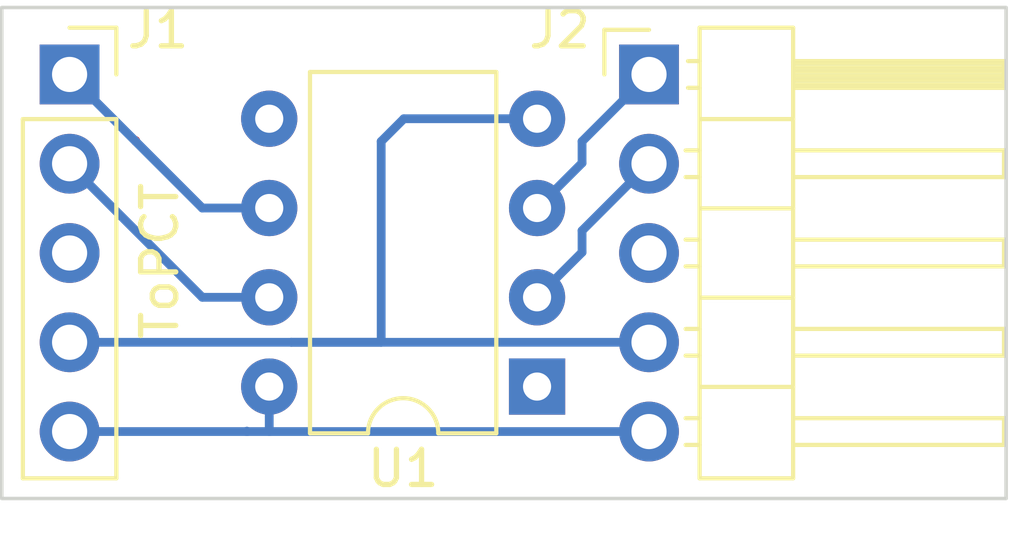
<source format=kicad_pcb>
(kicad_pcb (version 20221018) (generator pcbnew)
  (layers (0 "F.Cu" signal) (31 "B.Cu" signal) (34 "B.Paste" user) (35 "F.Paste" user) (36 "B.SilkS" user "B.Silkscreen") (37 "F.SilkS" user "F.Silkscreen") (38 "B.Mask" user) (39 "F.Mask" user) (44 "Edge.Cuts" user))
  (net 0 "")
  (net 1 "Net-(J1-Pin_1)")
  (net 2 "Net-(J1-Pin_2)")
  (net 4 "GND")
  (net 5 "VCC")
  (net 6 "Net-(J2-Pin_1)")
  (net 8 "Net-(J2-Pin_2)")
  (footprint "Package_DIP:DIP-8_W7.62mm" (layer "F.Cu") (at 66.03 55.87 180)
    (fp_text reference "U1" (at 3.81 -2.33) (layer "F.SilkS"))
    (fp_text value "ATtiny85-20P")
    (fp_line (start 1.16 -1.33) (end 1.16 8.95) (stroke (width 0.12)) (layer "F.SilkS"))
    (fp_line (start 1.16 8.95) (end 6.46 8.95) (stroke (width 0.12)) (layer "F.SilkS"))
    (fp_line (start 2.81 -1.33) (end 1.16 -1.33) (stroke (width 0.12)) (layer "F.SilkS"))
    (fp_line (start 6.46 -1.33) (end 4.81 -1.33) (stroke (width 0.12)) (layer "F.SilkS"))
    (fp_line (start 6.46 8.95) (end 6.46 -1.33) (stroke (width 0.12)) (layer "F.SilkS"))
    (fp_arc (start 4.81 -1.33) (mid 3.81 -0.33) (end 2.81 -1.33) (stroke (width 0.12)) (layer "F.SilkS"))
    (pad "1" thru_hole rect (at 0 0 180) (size 1.6 1.6) (drill 0.8) (layers "*.Cu" "*.Mask"))
    (pad "2" thru_hole oval (at 0 2.54 180) (size 1.6 1.6) (drill 0.8) (layers "*.Cu" "*.Mask") (net 8 "Net-(J2-Pin_2)"))
    (pad "3" thru_hole oval (at 0 5.08 180) (size 1.6 1.6) (drill 0.8) (layers "*.Cu" "*.Mask") (net 6 "Net-(J2-Pin_1)"))
    (pad "4" thru_hole oval (at 0 7.62 180) (size 1.6 1.6) (drill 0.8) (layers "*.Cu" "*.Mask") (net 4 "GND"))
    (pad "5" thru_hole oval (at 7.62 7.62 180) (size 1.6 1.6) (drill 0.8) (layers "*.Cu" "*.Mask"))
    (pad "6" thru_hole oval (at 7.62 5.08 180) (size 1.6 1.6) (drill 0.8) (layers "*.Cu" "*.Mask") (net 1 "Net-(J1-Pin_1)"))
    (pad "7" thru_hole oval (at 7.62 2.54 180) (size 1.6 1.6) (drill 0.8) (layers "*.Cu" "*.Mask") (net 2 "Net-(J1-Pin_2)"))
    (pad "8" thru_hole oval (at 7.62 0 180) (size 1.6 1.6) (drill 0.8) (layers "*.Cu" "*.Mask") (net 5 "VCC"))
  )
  (footprint "Connector_PinSocket_2.54mm:PinSocket_1x05_P2.54mm_Vertical" (layer "F.Cu") (at 52.73 46.99)
    (fp_text reference "J1" (at 2.515 -1.27) (layer "F.SilkS"))
    (fp_text value "Conn_01x05_Socket")
    (fp_line (start -1.33 1.27) (end -1.33 11.49) (stroke (width 0.12)) (layer "F.SilkS"))
    (fp_line (start -1.33 1.27) (end 1.33 1.27) (stroke (width 0.12)) (layer "F.SilkS"))
    (fp_line (start -1.33 11.49) (end 1.33 11.49) (stroke (width 0.12)) (layer "F.SilkS"))
    (fp_line (start 0 -1.33) (end 1.33 -1.33) (stroke (width 0.12)) (layer "F.SilkS"))
    (fp_line (start 1.33 -1.33) (end 1.33 0) (stroke (width 0.12)) (layer "F.SilkS"))
    (fp_line (start 1.33 1.27) (end 1.33 11.49) (stroke (width 0.12)) (layer "F.SilkS"))
    (pad "1" thru_hole rect (at 0 0) (size 1.7 1.7) (drill 1) (layers "*.Cu" "*.Mask") (net 1 "Net-(J1-Pin_1)"))
    (pad "2" thru_hole oval (at 0 2.54) (size 1.7 1.7) (drill 1) (layers "*.Cu" "*.Mask") (net 2 "Net-(J1-Pin_2)"))
    (pad "3" thru_hole oval (at 0 5.08) (size 1.7 1.7) (drill 1) (layers "*.Cu" "*.Mask"))
    (pad "4" thru_hole oval (at 0 7.62) (size 1.7 1.7) (drill 1) (layers "*.Cu" "*.Mask") (net 4 "GND"))
    (pad "5" thru_hole oval (at 0 10.16) (size 1.7 1.7) (drill 1) (layers "*.Cu" "*.Mask") (net 5 "VCC"))
  )
  (footprint "Connector_PinHeader_2.54mm:PinHeader_1x05_P2.54mm_Horizontal" (layer "F.Cu") (at 69.215 46.99)
    (fp_text reference "J2" (at -2.54 -1.27) (layer "F.SilkS"))
    (fp_text value "Conn_01x05_Pin")
    (fp_line (start -1.27 -1.27) (end 0 -1.27) (stroke (width 0.12)) (layer "F.SilkS"))
    (fp_line (start -1.27 0) (end -1.27 -1.27) (stroke (width 0.12)) (layer "F.SilkS"))
    (fp_line (start 1.042929 2.16) (end 1.44 2.16) (stroke (width 0.12)) (layer "F.SilkS"))
    (fp_line (start 1.042929 2.92) (end 1.44 2.92) (stroke (width 0.12)) (layer "F.SilkS"))
    (fp_line (start 1.042929 4.7) (end 1.44 4.7) (stroke (width 0.12)) (layer "F.SilkS"))
    (fp_line (start 1.042929 5.46) (end 1.44 5.46) (stroke (width 0.12)) (layer "F.SilkS"))
    (fp_line (start 1.042929 7.24) (end 1.44 7.24) (stroke (width 0.12)) (layer "F.SilkS"))
    (fp_line (start 1.042929 8) (end 1.44 8) (stroke (width 0.12)) (layer "F.SilkS"))
    (fp_line (start 1.042929 9.78) (end 1.44 9.78) (stroke (width 0.12)) (layer "F.SilkS"))
    (fp_line (start 1.042929 10.54) (end 1.44 10.54) (stroke (width 0.12)) (layer "F.SilkS"))
    (fp_line (start 1.11 -0.38) (end 1.44 -0.38) (stroke (width 0.12)) (layer "F.SilkS"))
    (fp_line (start 1.11 0.38) (end 1.44 0.38) (stroke (width 0.12)) (layer "F.SilkS"))
    (fp_line (start 1.44 -1.33) (end 1.44 11.49) (stroke (width 0.12)) (layer "F.SilkS"))
    (fp_line (start 1.44 1.27) (end 4.1 1.27) (stroke (width 0.12)) (layer "F.SilkS"))
    (fp_line (start 1.44 3.81) (end 4.1 3.81) (stroke (width 0.12)) (layer "F.SilkS"))
    (fp_line (start 1.44 6.35) (end 4.1 6.35) (stroke (width 0.12)) (layer "F.SilkS"))
    (fp_line (start 1.44 8.89) (end 4.1 8.89) (stroke (width 0.12)) (layer "F.SilkS"))
    (fp_line (start 1.44 11.49) (end 4.1 11.49) (stroke (width 0.12)) (layer "F.SilkS"))
    (fp_line (start 4.1 -1.33) (end 1.44 -1.33) (stroke (width 0.12)) (layer "F.SilkS"))
    (fp_line (start 4.1 -0.38) (end 10.1 -0.38) (stroke (width 0.12)) (layer "F.SilkS"))
    (fp_line (start 4.1 -0.32) (end 10.1 -0.32) (stroke (width 0.12)) (layer "F.SilkS"))
    (fp_line (start 4.1 -0.2) (end 10.1 -0.2) (stroke (width 0.12)) (layer "F.SilkS"))
    (fp_line (start 4.1 -0.08) (end 10.1 -0.08) (stroke (width 0.12)) (layer "F.SilkS"))
    (fp_line (start 4.1 0.04) (end 10.1 0.04) (stroke (width 0.12)) (layer "F.SilkS"))
    (fp_line (start 4.1 0.16) (end 10.1 0.16) (stroke (width 0.12)) (layer "F.SilkS"))
    (fp_line (start 4.1 0.28) (end 10.1 0.28) (stroke (width 0.12)) (layer "F.SilkS"))
    (fp_line (start 4.1 2.16) (end 10.1 2.16) (stroke (width 0.12)) (layer "F.SilkS"))
    (fp_line (start 4.1 4.7) (end 10.1 4.7) (stroke (width 0.12)) (layer "F.SilkS"))
    (fp_line (start 4.1 7.24) (end 10.1 7.24) (stroke (width 0.12)) (layer "F.SilkS"))
    (fp_line (start 4.1 9.78) (end 10.1 9.78) (stroke (width 0.12)) (layer "F.SilkS"))
    (fp_line (start 4.1 11.49) (end 4.1 -1.33) (stroke (width 0.12)) (layer "F.SilkS"))
    (fp_line (start 10.1 -0.38) (end 10.1 0.38) (stroke (width 0.12)) (layer "F.SilkS"))
    (fp_line (start 10.1 0.38) (end 4.1 0.38) (stroke (width 0.12)) (layer "F.SilkS"))
    (fp_line (start 10.1 2.16) (end 10.1 2.92) (stroke (width 0.12)) (layer "F.SilkS"))
    (fp_line (start 10.1 2.92) (end 4.1 2.92) (stroke (width 0.12)) (layer "F.SilkS"))
    (fp_line (start 10.1 4.7) (end 10.1 5.46) (stroke (width 0.12)) (layer "F.SilkS"))
    (fp_line (start 10.1 5.46) (end 4.1 5.46) (stroke (width 0.12)) (layer "F.SilkS"))
    (fp_line (start 10.1 7.24) (end 10.1 8) (stroke (width 0.12)) (layer "F.SilkS"))
    (fp_line (start 10.1 8) (end 4.1 8) (stroke (width 0.12)) (layer "F.SilkS"))
    (fp_line (start 10.1 9.78) (end 10.1 10.54) (stroke (width 0.12)) (layer "F.SilkS"))
    (fp_line (start 10.1 10.54) (end 4.1 10.54) (stroke (width 0.12)) (layer "F.SilkS"))
    (pad "1" thru_hole rect (at 0 0) (size 1.7 1.7) (drill 1) (layers "*.Cu" "*.Mask") (net 6 "Net-(J2-Pin_1)"))
    (pad "2" thru_hole oval (at 0 2.54) (size 1.7 1.7) (drill 1) (layers "*.Cu" "*.Mask") (net 8 "Net-(J2-Pin_2)"))
    (pad "3" thru_hole oval (at 0 5.08) (size 1.7 1.7) (drill 1) (layers "*.Cu" "*.Mask"))
    (pad "4" thru_hole oval (at 0 7.62) (size 1.7 1.7) (drill 1) (layers "*.Cu" "*.Mask") (net 4 "GND"))
    (pad "5" thru_hole oval (at 0 10.16) (size 1.7 1.7) (drill 1) (layers "*.Cu" "*.Mask") (net 5 "VCC"))
  )
  (gr_rect (start 50.8 45.085) (end 79.375 59.055) (stroke (width 0.1)) (fill none) (layer "Edge.Cuts"))
  (gr_text "ToPCT" (at 55.88 54.61 90) (layer "F.SilkS") (effects (font (size 1 1)) (justify left bottom)))
  (segment (start 54.61 48.87) (end 54.61 48.895) (width 0.25) (layer "F.Cu") (net 1))
  (segment (start 56.505 50.79) (end 58.41 50.79) (width 0.25) (layer "B.Cu") (net 1))
  (segment (start 52.73 47.015) (end 56.505 50.79) (width 0.25) (layer "B.Cu") (net 1))
  (segment (start 52.73 46.99) (end 52.73 47.015) (width 0.25) (layer "B.Cu") (net 1))
  (segment (start 56.505 53.33) (end 52.73 49.555) (width 0.25) (layer "B.Cu") (net 2))
  (segment (start 58.41 53.33) (end 56.505 53.33) (width 0.25) (layer "B.Cu") (net 2))
  (segment (start 52.73 49.555) (end 52.73 49.53) (width 0.25) (layer "B.Cu") (net 2))
  (segment (start 61.595 48.895) (end 61.595 54.61) (width 0.25) (layer "B.Cu") (net 4))
  (segment (start 65.395 48.25) (end 62.24 48.25) (width 0.25) (layer "B.Cu") (net 4))
  (segment (start 69.215 54.61) (end 59.035 54.61) (width 0.25) (layer "B.Cu") (net 4))
  (segment (start 61.595 54.61) (end 59.035 54.61) (width 0.25) (layer "B.Cu") (net 4))
  (segment (start 59.035 54.61) (end 53.34 54.61) (width 0.25) (layer "B.Cu") (net 4))
  (segment (start 62.24 48.25) (end 61.595 48.895) (width 0.25) (layer "B.Cu") (net 4))
  (segment (start 57.775 55.87) (end 58.41 55.87) (width 0.25) (layer "B.Cu") (net 5))
  (segment (start 58.41 55.87) (end 58.41 57.14) (width 0.25) (layer "B.Cu") (net 5))
  (segment (start 57.785 57.15) (end 69.215 57.15) (width 0.25) (layer "B.Cu") (net 5))
  (segment (start 57.775 57.14) (end 57.785 57.15) (width 0.25) (layer "B.Cu") (net 5))
  (segment (start 57.765 57.15) (end 57.775 57.14) (width 0.25) (layer "B.Cu") (net 5))
  (segment (start 58.41 57.14) (end 58.42 57.15) (width 0.25) (layer "B.Cu") (net 5))
  (segment (start 53.34 57.15) (end 57.765 57.15) (width 0.25) (layer "B.Cu") (net 5))
  (segment (start 67.31 48.895) (end 69.215 46.99) (width 0.25) (layer "B.Cu") (net 6))
  (segment (start 66.03 50.79) (end 67.31 49.51) (width 0.25) (layer "B.Cu") (net 6))
  (segment (start 65.395 50.79) (end 66.03 50.79) (width 0.25) (layer "B.Cu") (net 6))
  (segment (start 67.31 49.51) (end 67.31 48.895) (width 0.25) (layer "B.Cu") (net 6))
  (segment (start 66.03 53.33) (end 67.31 52.05) (width 0.25) (layer "B.Cu") (net 8))
  (segment (start 67.31 51.435) (end 69.215 49.53) (width 0.25) (layer "B.Cu") (net 8))
  (segment (start 67.31 52.05) (end 67.31 51.435) (width 0.25) (layer "B.Cu") (net 8))
)
</source>
